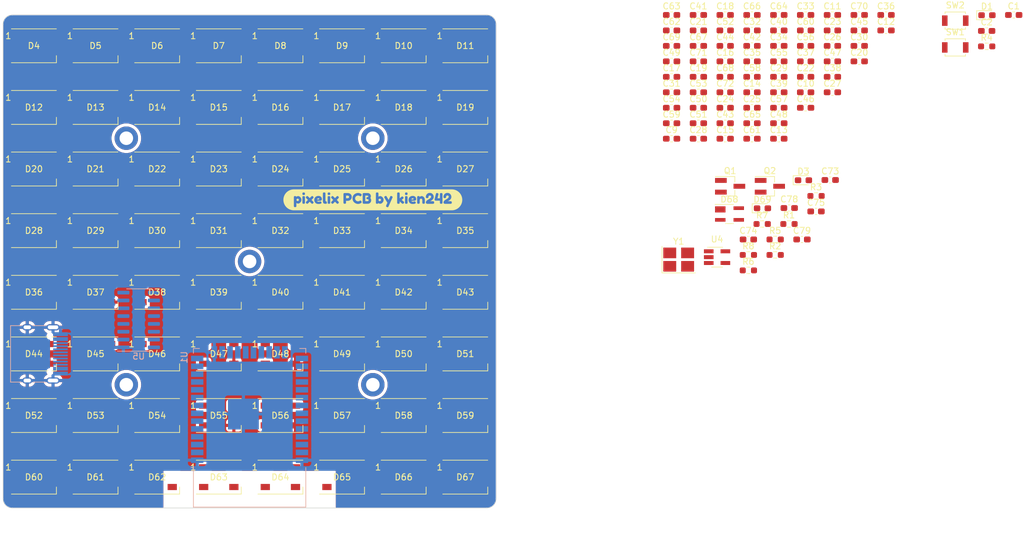
<source format=kicad_pcb>
(kicad_pcb (version 20220621) (generator pcbnew)
  (layers (0 "F.Cu" signal) (31 "B.Cu" signal) (34 "B.Paste" user) (35 "F.Paste" user) (36 "B.SilkS" user "B.Silkscreen") (37 "F.SilkS" user "F.Silkscreen") (38 "B.Mask" user) (39 "F.Mask" user) (44 "Edge.Cuts" user))
  (net 0 "")
  (net 5 "GND")
  (net 6 "+5V")
  (net 7 "D-")
  (net 8 "D+")
  (net 9 "+3V3")
  (net 10 "EN")
  (net 11 "SVP")
  (net 12 "SVN")
  (net 13 "IO34")
  (net 14 "IO35")
  (net 15 "IO32")
  (net 16 "IO33")
  (net 17 "IO25")
  (net 18 "IO26")
  (net 19 "IO27")
  (net 20 "IO14")
  (net 21 "IO12")
  (net 22 "IO13")
  (net 29 "IO15")
  (net 30 "IO2")
  (net 31 "IO0(boot)")
  (net 32 "IO4")
  (net 33 "IO16")
  (net 34 "IO17")
  (net 35 "IO5")
  (net 36 "IO18")
  (net 37 "IO19")
  (net 39 "IO21")
  (net 40 "TXDtoRXD0")
  (net 41 "RXDtoTXD0")
  (net 42 "IO22")
  (net 43 "IO23")
  (net 44 "RTS")
  (net 45 "DTR")
  (net 47 "Net-(Q1-B)")
  (net 48 "Net-(Q2-B)")
  (net 49 "Net-(D4-DOUT)")
  (net 50 "Net-(D5-DOUT)")
  (net 52 "Net-(D6-DOUT)")
  (net 54 "Net-(D7-DOUT)")
  (net 56 "Net-(D8-DOUT)")
  (net 58 "Net-(D9-DOUT)")
  (net 60 "Net-(D10-DOUT)")
  (net 62 "Net-(D11-DOUT)")
  (net 64 "Net-(D12-DOUT)")
  (net 65 "Net-(D13-DOUT)")
  (net 66 "Net-(D14-DOUT)")
  (net 67 "Net-(D15-DOUT)")
  (net 68 "Net-(D16-DOUT)")
  (net 69 "Net-(D17-DOUT)")
  (net 70 "Net-(D18-DOUT)")
  (net 71 "Net-(D19-DOUT)")
  (net 72 "Net-(D20-DOUT)")
  (net 73 "Net-(D21-DOUT)")
  (net 74 "Net-(D22-DOUT)")
  (net 75 "Net-(D23-DOUT)")
  (net 76 "Net-(D24-DOUT)")
  (net 77 "Net-(D25-DOUT)")
  (net 78 "Net-(D26-DOUT)")
  (net 79 "Net-(D27-DOUT)")
  (net 80 "Net-(D28-DOUT)")
  (net 81 "Net-(D29-DOUT)")
  (net 82 "Net-(D30-DOUT)")
  (net 83 "Net-(D31-DOUT)")
  (net 84 "Net-(D32-DOUT)")
  (net 85 "Net-(D33-DOUT)")
  (net 86 "Net-(D34-DOUT)")
  (net 87 "Net-(D35-DOUT)")
  (net 88 "Net-(D36-DOUT)")
  (net 89 "Net-(D37-DOUT)")
  (net 90 "Net-(D38-DOUT)")
  (net 91 "Net-(D39-DOUT)")
  (net 92 "Net-(D40-DOUT)")
  (net 93 "Net-(D41-DOUT)")
  (net 94 "Net-(D42-DOUT)")
  (net 95 "Net-(D43-DOUT)")
  (net 96 "Net-(D52-DIN)")
  (net 97 "Net-(D45-DOUT)")
  (net 98 "Net-(D46-DOUT)")
  (net 99 "Net-(D47-DOUT)")
  (net 100 "Net-(D48-DOUT)")
  (net 101 "Net-(D49-DOUT)")
  (net 102 "Net-(D50-DOUT)")
  (net 103 "Net-(D51-DOUT)")
  (net 104 "Net-(D52-DOUT)")
  (net 105 "Net-(D53-DOUT)")
  (net 106 "Net-(D54-DOUT)")
  (net 107 "Net-(D55-DOUT)")
  (net 108 "Net-(D56-DOUT)")
  (net 109 "Net-(D57-DOUT)")
  (net 110 "Net-(D58-DOUT)")
  (net 111 "Net-(D59-DOUT)")
  (net 120 "Net-(D1-A)")
  (net 121 "Net-(D60-VDD)")
  (net 122 "Net-(D5-VDD)")
  (net 123 "Net-(D22-VDD)")
  (net 124 "Net-(D23-VDD)")
  (net 125 "Net-(D32-VDD)")
  (net 126 "Net-(D17-VDD)")
  (net 127 "Net-(D26-VDD)")
  (net 128 "Net-(D11-VDD)")
  (net 129 "Net-(U5-XI)")
  (net 130 "Net-(U5-XO)")
  (net 131 "VBUS")
  (net 132 "Net-(U5-TXD)")
  (net 133 "Net-(U5-RXD)")
  (net 135 "CTS")
  (net 140 "Net-(D3-A)")
  (net 141 "Net-(D69-A)")
  (footprint "Capacitor_SMD:C_0603_1608Metric_Pad1.08x0.95mm_HandSolder" (layer "F.Cu") (at 162.18 25)
    (fp_text reference "C18")
    (fp_text value "104")
  )
  (footprint "LED_SMD:LED_WS2812B_PLCC4_5.0x5.0mm_P3.2mm" (layer "F.Cu") (at 80 30)
    (fp_text reference "D7")
    (fp_text value " ")
  )
  (footprint "Capacitor_SMD:C_0603_1608Metric_Pad1.08x0.95mm_HandSolder" (layer "F.Cu") (at 153.48 30.02)
    (fp_text reference "C69")
    (fp_text value "104")
  )
  (footprint "Capacitor_SMD:C_0603_1608Metric_Pad1.08x0.95mm_HandSolder" (layer "F.Cu") (at 162.18 42.57)
    (fp_text reference "C43")
    (fp_text value "104")
  )
  (footprint "Capacitor_SMD:C_0603_1608Metric_Pad1.08x0.95mm_HandSolder" (layer "F.Cu") (at 179.58 37.55)
    (fp_text reference "C27")
    (fp_text value "104")
  )
  (footprint "Button_Switch_SMD:SW_SPST_B3U-1000P" (layer "F.Cu") (at 199.51 30.27)
    (fp_text reference "SW1")
    (fp_text value "SWITCH_SPST")
  )
  (footprint "LED_SMD:LED_WS2812B_PLCC4_5.0x5.0mm_P3.2mm" (layer "F.Cu") (at 120 60)
    (fp_text reference "D35")
    (fp_text value " ")
  )
  (footprint "Package_TO_SOT_SMD:SOT-23_Handsoldering" (layer "F.Cu") (at 169.43 52.8)
    (fp_text reference "Q2")
    (fp_text value "MMBT3904")
  )
  (footprint "Capacitor_SMD:C_0603_1608Metric_Pad1.08x0.95mm_HandSolder" (layer "F.Cu") (at 175.23 25)
    (fp_text reference "C33")
    (fp_text value "104")
  )
  (footprint "Capacitor_SMD:C_0603_1608Metric_Pad1.08x0.95mm_HandSolder" (layer "F.Cu") (at 162.18 45.08)
    (fp_text reference "C15")
    (fp_text value "104")
  )
  (footprint "Button_Switch_SMD:SW_SPST_B3U-1000P" (layer "F.Cu") (at 199.51 25.92)
    (fp_text reference "SW2")
    (fp_text value "SWITCH_SPST")
  )
  (footprint "Capacitor_SMD:C_0603_1608Metric_Pad1.08x0.95mm_HandSolder" (layer "F.Cu") (at 153.48 37.55)
    (fp_text reference "C31")
    (fp_text value "104")
  )
  (footprint "Capacitor_SMD:C_0603_1608Metric_Pad1.08x0.95mm_HandSolder" (layer "F.Cu") (at 157.83 40.06)
    (fp_text reference "C50")
    (fp_text value "104")
  )
  (footprint "LED_SMD:LED_WS2812B_PLCC4_5.0x5.0mm_P3.2mm" (layer "F.Cu") (at 50 60)
    (fp_text reference "D28")
    (fp_text value " ")
  )
  (footprint "Capacitor_SMD:C_0603_1608Metric_Pad1.08x0.95mm_HandSolder" (layer "F.Cu") (at 162.18 37.55)
    (fp_text reference "C72")
    (fp_text value "104")
  )
  (footprint "Capacitor_SMD:C_0603_1608Metric_Pad1.08x0.95mm_HandSolder" (layer "F.Cu") (at 179.58 32.53)
    (fp_text reference "C47")
    (fp_text value "104")
  )
  (footprint "Resistor_SMD:R_0603_1608Metric_Pad0.98x0.95mm_HandSolder" (layer "F.Cu") (at 172.53 58.92)
    (fp_text reference "R1")
    (fp_text value "10K")
  )
  (footprint "LED_SMD:LED_WS2812B_PLCC4_5.0x5.0mm_P3.2mm" (layer "F.Cu") (at 90 30)
    (fp_text reference "D8")
    (fp_text value " ")
  )
  (footprint "LED_SMD:LED_WS2812B_PLCC4_5.0x5.0mm_P3.2mm" (layer "F.Cu") (at 60 50)
    (fp_text reference "D21")
    (fp_text value " ")
  )
  (footprint "LED_SMD:LED_WS2812B_PLCC4_5.0x5.0mm_P3.2mm" (layer "F.Cu") (at 100 70)
    (fp_text reference "D41")
    (fp_text value " ")
  )
  (footprint "Capacitor_SMD:C_0603_1608Metric_Pad1.08x0.95mm_HandSolder" (layer "F.Cu") (at 153.48 32.53)
    (fp_text reference "C49")
    (fp_text value "104")
  )
  (footprint "LED_SMD:LED_WS2812B_PLCC4_5.0x5.0mm_P3.2mm" (layer "F.Cu") (at 110 80)
    (fp_text reference "D50")
    (fp_text value " ")
  )
  (footprint "LED_SMD:LED_0603_1608Metric_Pad1.05x0.95mm_HandSolder" (layer "F.Cu") (at 204.655 25.04)
    (fp_text reference "D1")
    (fp_text value "GREEN")
  )
  (footprint "Capacitor_SMD:C_0603_1608Metric_Pad1.08x0.95mm_HandSolder" (layer "F.Cu") (at 166.53 32.53)
    (fp_text reference "C35")
    (fp_text value "104")
  )
  (footprint "LED_SMD:LED_WS2812B_PLCC4_5.0x5.0mm_P3.2mm" (layer "F.Cu") (at 50 80)
    (fp_text reference "D44")
    (fp_text value " ")
  )
  (footprint "Capacitor_SMD:C_0603_1608Metric_Pad1.08x0.95mm_HandSolder" (layer "F.Cu") (at 174.64 61.43)
    (fp_text reference "C79")
    (fp_text value "9pF")
  )
  (footprint "LED_SMD:LED_WS2812B_PLCC4_5.0x5.0mm_P3.2mm" (layer "F.Cu") (at 100 90)
    (fp_text reference "D57")
    (fp_text value " ")
  )
  (footprint "Capacitor_SMD:C_0603_1608Metric_Pad1.08x0.95mm_HandSolder" (layer "F.Cu") (at 183.93 32.53)
    (fp_text reference "C20")
    (fp_text value "104")
  )
  (footprint "LED_SMD:LED_WS2812B_PLCC4_5.0x5.0mm_P3.2mm" (layer "F.Cu") (at 120 100)
    (fp_text reference "D67")
    (fp_text value " ")
  )
  (footprint "LED_SMD:LED_WS2812B_PLCC4_5.0x5.0mm_P3.2mm" (layer "F.Cu") (at 70 40)
    (fp_text reference "D14")
    (fp_text value " ")
  )
  (footprint "LED_SMD:LED_WS2812B_PLCC4_5.0x5.0mm_P3.2mm" (layer "F.Cu") (at 120 70)
    (fp_text reference "D43")
    (fp_text value " ")
  )
  (footprint "LED_SMD:LED_WS2812B_PLCC4_5.0x5.0mm_P3.2mm" (layer "F.Cu") (at 120 40)
    (fp_text reference "D19")
    (fp_text value " ")
  )
  (footprint "Capacitor_SMD:C_0603_1608Metric_Pad1.08x0.95mm_HandSolder" (layer "F.Cu") (at 188.28 25)
    (fp_text reference "C36")
    (fp_text value "104")
  )
  (footprint "Capacitor_SMD:C_0603_1608Metric_Pad1.08x0.95mm_HandSolder" (layer "F.Cu") (at 166.53 42.57)
    (fp_text reference "C65")
    (fp_text value "104")
  )
  (footprint "Capacitor_SMD:C_0603_1608Metric_Pad1.08x0.95mm_HandSolder" (layer "F.Cu") (at 175.23 40.06)
    (fp_text reference "C46")
    (fp_text value "104")
  )
  (footprint "Capacitor_SMD:C_0603_1608Metric_Pad1.08x0.95mm_HandSolder" (layer "F.Cu") (at 162.18 32.53)
    (fp_text reference "C16")
    (fp_text value "104")
  )
  (footprint "Capacitor_SMD:C_0603_1608Metric_Pad1.08x0.95mm_HandSolder" (layer "F.Cu") (at 170.88 32.53)
    (fp_text reference "C55")
    (fp_text value "104")
  )
  (footprint "MountingHole:MountingHole_2.2mm_M2_DIN965_Pad" (layer "F.Cu") (at 85 65)
    (fp_text reference "H1")
    (fp_text value "M2")
  )
  (footprint "LED_SMD:LED_WS2812B_PLCC4_5.0x5.0mm_P3.2mm" (layer "F.Cu") (at 80 80)
    (fp_text reference "D47")
    (fp_text value " ")
  )
  (footprint "LED_SMD:LED_WS2812B_PLCC4_5.0x5.0mm_P3.2mm" (layer "F.Cu") (at 50 50)
    (fp_text reference "D20")
    (fp_text value " ")
  )
  (footprint "Capacitor_SMD:C_0603_1608Metric_Pad1.08x0.95mm_HandSolder" (layer "F.Cu") (at 157.83 45.08)
    (fp_text reference "C28")
    (fp_text value "104")
  )
  (footprint "LED_SMD:LED_WS2812B_PLCC4_5.0x5.0mm_P3.2mm" (layer "F.Cu") (at 120 30)
    (fp_text reference "D11")
    (fp_text value " ")
  )
  (footprint "Capacitor_SMD:C_0603_1608Metric_Pad1.08x0.95mm_HandSolder" (layer "F.Cu") (at 165.94 61.43)
    (fp_text reference "C74")
    (fp_text value "10uF")
  )
  (footprint "Capacitor_SMD:C_0603_1608Metric_Pad1.08x0.95mm_HandSolder" (layer "F.Cu") (at 166.53 45.08)
    (fp_text reference "C61")
    (fp_text value "104")
  )
  (footprint "Capacitor_SMD:C_0603_1608Metric_Pad1.08x0.95mm_HandSolder" (layer "F.Cu") (at 170.88 37.55)
    (fp_text reference "C39")
    (fp_text value "104")
  )
  (footprint "LED_SMD:LED_WS2812B_PLCC4_5.0x5.0mm_P3.2mm" (layer "F.Cu") (at 80 100)
    (fp_text reference "D63")
    (fp_text value " ")
  )
  (footprint "Capacitor_SMD:C_0603_1608Metric_Pad1.08x0.95mm_HandSolder" (layer "F.Cu") (at 157.83 37.55)
    (fp_text reference "C53")
    (fp_text value "104")
  )
  (footprint "MountingHole:MountingHole_2.2mm_M2_DIN965_Pad" (layer "F.Cu") (at 105 45)
    (fp_text reference "H2")
    (fp_text value "M2")
  )
  (footprint "LED_SMD:LED_WS2812B_PLCC4_5.0x5.0mm_P3.2mm" (layer "F.Cu") (at 60 30)
    (fp_text reference "D5")
    (fp_text value " ")
  )
  (footprint "LED_SMD:LED_WS2812B_PLCC4_5.0x5.0mm_P3.2mm" (layer "F.Cu") (at 110 50)
    (fp_text reference "D26")
    (fp_text value " ")
  )
  (footprint "Capacitor_SMD:C_0603_1608Metric_Pad1.08x0.95mm_HandSolder" (layer "F.Cu") (at 172.57 56.33)
    (fp_text reference "C78")
    (fp_text value "9pF")
  )
  (footprint "LED_SMD:LED_WS2812B_PLCC4_5.0x5.0mm_P3.2mm" (layer "F.Cu") (at 60 80)
    (fp_text reference "D45")
    (fp_text value " ")
  )
  (footprint "LED_SMD:LED_WS2812B_PLCC4_5.0x5.0mm_P3.2mm" (layer "F.Cu") (at 100 80)
    (fp_text reference "D49")
    (fp_text value " ")
  )
  (footprint "Capacitor_SMD:C_0603_1608Metric_Pad1.08x0.95mm_HandSolder" (layer "F.Cu") (at 170.88 30.02)
    (fp_text reference "C34")
    (fp_text value "104")
  )
  (footprint "Capacitor_SMD:C_0603_1608Metric_Pad1.08x0.95mm_HandSolder" (layer "F.Cu") (at 179.22 51.78)
    (fp_text reference "C73")
    (fp_text value "10uF")
  )
  (footprint "Capacitor_SMD:C_0603_1608Metric_Pad1.08x0.95mm_HandSolder" (layer "F.Cu") (at 170.88 45.08)
    (fp_text reference "C13")
    (fp_text value "104")
  )
  (footprint "LED_SMD:LED_WS2812B_PLCC4_5.0x5.0mm_P3.2mm" (layer "F.Cu") (at 90 90)
    (fp_text reference "D56")
    (fp_text value " ")
  )
  (footprint "Capacitor_SMD:C_0603_1608Metric_Pad1.08x0.95mm_HandSolder" (layer "F.Cu") (at 157.83 25)
    (fp_text reference "C41")
    (fp_text value "104")
  )
  (footprint "LED_SMD:LED_WS2812B_PLCC4_5.0x5.0mm_P3.2mm" (layer "F.Cu") (at 60 60)
    (fp_text reference "D29")
    (fp_text value " ")
  )
  (footprint "LED_SMD:LED_WS2812B_PLCC4_5.0x5.0mm_P3.2mm" (layer "F.Cu") (at 80 60)
    (fp_text reference "D31")
    (fp_text value " ")
  )
  (footprint "LED_SMD:LED_WS2812B_PLCC4_5.0x5.0mm_P3.2mm" (layer "F.Cu") (at 70 50)
    (fp_text reference "D22")
    (fp_text value " ")
  )
  (footprint "Capacitor_SMD:C_0603_1608Metric_Pad1.08x0.95mm_HandSolder" (layer "F.Cu") (at 179.58 30.02)
    (fp_text reference "C26")
    (fp_text value "104")
  )
  (footprint "Capacitor_SMD:C_0603_1608Metric_Pad1.08x0.95mm_HandSolder" (layer "F.Cu") (at 162.18 27.51)
    (fp_text reference "C52")
    (fp_text value "104")
  )
  (footprint "Capacitor_SMD:C_0603_1608Metric_Pad1.08x0.95mm_HandSolder" (layer "F.Cu") (at 175.23 30.02)
    (fp_text reference "C56")
    (fp_text value "104")
  )
  (footprint "Capacitor_SMD:C_0603_1608Metric_Pad1.08x0.95mm_HandSolder" (layer "F.Cu") (at 157.83 30.02)
    (fp_text reference "C67")
    (fp_text value "104")
  )
  (footprint "Crystal:Crystal_SMD_SeikoEpson_TSX3225-4Pin_3.2x2.5mm_HandSoldering" (layer "F.Cu") (at 154.63 64.7)
    (fp_text reference "Y1")
    (fp_text value "32.768kHz")
  )
  (footprint "Capacitor_SMD:C_0603_1608Metric_Pad1.08x0.95mm_HandSolder" (layer "F.Cu") (at 162.18 40.06)
    (fp_text reference "C24")
    (fp_text value "104")
  )
  (footprint "LED_SMD:LED_WS2812B_PLCC4_5.0x5.0mm_P3.2mm" (layer "F.Cu") (at 90 50)
    (fp_text reference "D24")
    (fp_text value " ")
  )
  (footprint "LED_SMD:LED_0603_1608Metric_Pad1.05x0.95mm_HandSolder" (layer "F.Cu") (at 168.225 56.37)
    (fp_text reference "D69")
    (fp_text value "GREEN")
  )
  (footprint "LED_SMD:LED_WS2812B_PLCC4_5.0x5.0mm_P3.2mm" (layer "F.Cu") (at 70 90)
    (fp_text reference "D54")
    (fp_text value " ")
  )
  (footprint "MountingHole:MountingHole_2.2mm_M2_DIN965_Pad" (layer "F.Cu") (at 105 85)
    (fp_text reference "H5")
    (fp_text value "M2")
  )
  (footprint "LED_SMD:LED_WS2812B_PLCC4_5.0x5.0mm_P3.2mm" (layer "F.Cu") (at 50 90)
    (fp_text reference "D52")
    (fp_text value " ")
  )
  (footprint "Capacitor_SMD:C_0603_1608Metric_Pad1.08x0.95mm_HandSolder" (layer "F.Cu") (at 157.83 27.51)
    (fp_text reference "C21")
    (fp_text value "104")
  )
  (footprint "LED_SMD:LED_WS2812B_PLCC4_5.0x5.0mm_P3.2mm" (layer "F.Cu") (at 90 40)
    (fp_text reference "D16")
    (fp_text value " ")
  )
  (footprint "Capacitor_SMD:C_0603_1608Metric_Pad1.08x0.95mm_HandSolder" (layer "F.Cu") (at 153.48 27.51)
    (fp_text reference "C62")
    (fp_text value "104")
  )
  (footprint "kibuzzard-62F63F5E" (layer "F.Cu") (at 105 55)
    (fp_text reference "kibuzzard-62F63F5E" hide)
    (fp_text value "G***" hide)
  )
  (footprint "Capacitor_SMD:C_0603_1608Metric_Pad1.08x0.95mm_HandSolder" (layer "F.Cu") (at 166.53 37.55)
    (fp_text reference "C14")
    (fp_text value "104")
  )
  (footprint "LED_SMD:LED_WS2812B_PLCC4_5.0x5.0mm_P3.2mm" (layer "F.Cu") (at 80 50)
    (fp_text reference "D23")
    (fp_text value " ")
  )
  (footprint "LED_SMD:LED_WS2812B_PLCC4_5.0x5.0mm_P3.2mm" (layer "F.Cu") (at 110 60)
    (fp_text reference "D34")
    (fp_text value " ")
  )
  (footprint "LED_SMD:LED_WS2812B_PLCC4_5.0x5.0mm_P3.2mm" (layer "F.Cu") (at 50 40)
    (fp_text reference "D12")
    (fp_text value " ")
  )
  (footprint "Capacitor_SMD:C_0603_1608Metric_Pad1.08x0.95mm_HandSolder" (layer "F.Cu") (at 175.23 35.04)
    (fp_text reference "C22")
    (fp_text value "104")
  )
  (footprint "Capacitor_SMD:C_0603_1608Metric_Pad1.08x0.95mm_HandSolder" (layer "F.Cu") (at 166.53 30.02)
    (fp_text reference "C42")
    (fp_text value "104")
  )
  (footprint "LED_SMD:LED_WS2812B_PLCC4_5.0x5.0mm_P3.2mm" (layer "F.Cu") (at 110 100)
    (fp_text reference "D66")
    (fp_text value " ")
  )
  (footprint "Resistor_SMD:R_0603_1608Metric_Pad0.98x0.95mm_HandSolder" (layer "F.Cu") (at 165.94 66.45)
    (fp_text reference "R6")
    (fp_text value "100")
  )
  (footprint "LED_SMD:LED_WS2812B_PLCC4_5.0x5.0mm_P3.2mm" (layer "F.Cu") (at 120 50)
    (fp_text reference "D27")
    (fp_text value " ")
  )
  (footprint "Capacitor_SMD:C_0603_1608Metric_Pad1.08x0.95mm_HandSolder" (layer "F.Cu") (at 153.48 42.57)
    (fp_text reference "C59")
    (fp_text value "104")
  )
  (footprint "Capacitor_SMD:C_0603_1608Metric_Pad1.08x0.95mm_HandSolder" (layer "F.Cu") (at 170.88 25)
    (fp_text reference "C64")
    (fp_text value "104")
  )
  (footprint "Capacitor_SMD:C_0603_1608Metric_Pad1.08x0.95mm_HandSolder" (layer "F.Cu") (at 162.18 35.04)
    (fp_text reference "C68")
    (fp_text value "104")
  )
  (footprint "Capacitor_SMD:C_0603_1608Metric_Pad1.08x0.95mm_HandSolder" (layer "F.Cu") (at 166.53 35.04)
    (fp_text reference "C58")
    (fp_text value "104")
  )
  (footprint "LED_SMD:LED_WS2812B_PLCC4_5.0x5.0mm_P3.2mm" (layer "F.Cu") (at 70 100)
    (fp_text reference "D62")
    (fp_text value " ")
  )
  (footprint "LED_SMD:LED_WS2812B_PLCC4_5.0x5.0mm_P3.2mm" (layer "F.Cu") (at 80 90)
    (fp_text reference "D55")
    (fp_text value " ")
  )
  (footprint "LED_SMD:LED_WS2812B_PLCC4_5.0x5.0mm_P3.2mm" (layer "F.Cu") (at 50 70)
    (fp_text reference "D36")
    (fp_text value " ")
  )
  (footprint "Capacitor_SMD:C_0603_1608Metric_Pad1.08x0.95mm_HandSolder" (layer "F.Cu") (at 179.58 25)
    (fp_text reference "C11")
    (fp_text value "104")
  )
  (footprint "Capacitor_SMD:C_0603_1608Metric_Pad1.08x0.95mm_HandSolder" (layer "F.Cu") (at 175.23 32.53)
    (fp_text reference "C37")
    (fp_text value "104")
  )
  (footprint "LED_SMD:LED_WS2812B_PLCC4_5.0x5.0mm_P3.2mm" (layer "F.Cu") (at 100 100)
    (fp_text reference "D65")
    (fp_text value " ")
  )
  (footprint "LED_SMD:LED_WS2812B_PLCC4_5.0x5.0mm_P3.2mm" (layer "F.Cu") (at 120 80)
    (fp_text reference "D51")
    (fp_text value " ")
  )
  (footprint "LED_SMD:LED_WS2812B_PLCC4_5.0x5.0mm_P3.2mm" (layer "F.Cu") (at 50 30)
    (fp_text reference "D4")
    (fp_text value " ")
  )
  (footprint "Capacitor_SMD:C_0603_1608Metric_Pad1.08x0.95mm_HandSolder" (layer "F.Cu") (at 166.53 25)
    (fp_text reference "C66")
    (fp_text value "104")
  )
  (footprint "Capacitor_SMD:C_0603_1608Metric_Pad1.08x0.95mm_HandSolder" (layer "F.Cu") (at 153.48 35.04)
    (fp_text reference "C17")
    (fp_text value "104")
  )
  (footprint "MountingHole:MountingHole_2.2mm_M2_DIN965_Pad" (layer "F.Cu") (at 65 45)
    (fp_text reference "H3")
    (fp_text value "M2")
  )
  (footprint "Capacitor_SMD:C_0603_1608Metric_Pad1.08x0.95mm_HandSolder" (layer "F.Cu") (at 183.93 25)
    (fp_text reference "C70")
    (fp_text value "104")
  )
  (footprint "LED_SMD:LED_WS2812B_PLCC4_5.0x5.0mm_P3.2mm" (layer "F.Cu") (at 70 60)
    (fp_text reference "D30")
    (fp_text value " ")
  )
  (footprint "LED_SMD:LED_WS2812B_PLCC4_5.0x5.0mm_P3.2mm" (layer "F.Cu") (at 70 70)
    (fp_text reference "D38")
    (fp_text value " ")
  )
  (footprint "LED_SMD:LED_WS2812B_PLCC4_5.0x5.0mm_P3.2mm" (layer "F.Cu") (at 80 70)
    (fp_text reference "D39")
    (fp_text value " ")
  )
  (footprint "LED_SMD:LED_WS2812B_PLCC4_5.0x5.0mm_P3.2mm" (layer "F.Cu") (at 110 90)
    (fp_text reference "D58")
    (fp_text value " ")
  )
  (footprint "Package_TO_SOT_SMD:SOT-23-5_HandSoldering" (layer "F.Cu") (at 160.86 64.3)
    (fp_text reference "U4")
    (fp_text value "AP2127K-3.3")
  )
  (footprint "LED_SMD:LED_WS2812B_PLCC4_5.0x5.0mm_P3.2mm" (layer "F.Cu") (at 70 80)
    (fp_text reference "D46")
    (fp_text value " ")
  )
  (footprint "Resistor_SMD:R_0603_1608Metric_Pad0.98x0.95mm_HandSolder" (layer "F.Cu") (at 170.29 63.94)
    (fp_text reference "R2")
    (fp_text value "10K")
  )
  (footprint "LED_SMD:LED_WS2812B_PLCC4_5.0x5.0mm_P3.2mm" (layer "F.Cu") (at 50 100)
    (fp_text reference "D60")
    (fp_text value " ")
  )
  (footprint "Capacitor_SMD:C_0603_1608Metric_Pad1.08x0.95mm_HandSolder" (layer "F.Cu") (at 157.83 35.04)
    (fp_text reference "C19")
    (fp_text value "104")
  )
  (footprint "Capacitor_SMD:C_0603_1608Metric_Pad1.08x0.95mm_HandSolder" (layer "F.Cu") (at 204.61 27.59)
    (fp_text reference "C2")
    (fp_text value "1nf")
  )
  (footprint "LED_SMD:LED_WS2812B_PLCC4_5.0x5.0mm_P3.2mm" (layer "F.Cu") (at 110 40)
    (fp_text reference "D18")
    (fp_text value " ")
  )
  (footprint "Capacitor_SMD:C_0603_1608Metric_Pad1.08x0.95mm_HandSolder" (layer "F.Cu") (at 179.58 35.04)
    (fp_text reference "C38")
    (fp_text value "104")
  )
  (footprint "LED_SMD:LED_WS2812B_PLCC4_5.0x5.0mm_P3.2mm" (layer "F.Cu") (at 90 70)
    (fp_text reference "D40")
    (fp_text value " ")
  )
  (footprint "LED_SMD:LED_WS2812B_PLCC4_5.0x5.0mm_P3.2mm" (layer "F.Cu") (at 80 40)
    (fp_text reference "D15")
    (fp_text value " ")
  )
  (footprint "Capacitor_SMD:C_0603_1608Metric_Pad1.08x0.95mm_HandSolder" (layer "F.Cu") (at 170.88 42.57)
    (fp_text reference "C48")
    (fp_text value "104")
  )
  (footprint "LED_SMD:LED_WS2812B_PLCC4_5.0x5.0mm_P3.2mm" (layer "F.Cu") (at 100 40)
    (fp_text reference "D17")
    (fp_text value " ")
  )
  (footprint "MountingHole:MountingHole_2.2mm_M2_DIN965_Pad" (layer "F.Cu") (at 65 85)
    (fp_text reference "H4")
    (fp_text value "M2")
  )
  (footprint "Capacitor_SMD:C_0603_1608Metric_Pad1.08x0.95mm_HandSolder" (layer "F.Cu") (at 170.88 35.04)
    (fp_text reference "C29")
    (fp_text value "104")
  )
  (footprint "Package_TO_SOT_SMD:SOT-143_Handsoldering" (layer "F.Cu") (at 162.88 57.3)
    (fp_text reference "D68")
    (fp_text value "PRTR5V0U2X")
  )
  (footprint "Resistor_SMD:R_0603_1608Metric_Pad0.98x0.95mm_HandSolder" (layer "F.Cu") (at 165.94 63.94)
    (fp_text reference "R8")
    (fp_text value "1K")
  )
  (footprint "LED_SMD:LED_WS2812B_PLCC4_5.0x5.0mm_P3.2mm" (layer "F.Cu") (at 100 50)
    (fp_text reference "D25")
    (fp_text value " ")
  )
  (footprint "LED_SMD:LED_WS2812B_PLCC4_5.0x5.0mm_P3.2mm" (layer "F.Cu") (at 60 70)
    (fp_text reference "D37")
    (fp_text value " ")
  )
  (footprint "Capacitor_SMD:C_0603_1608Metric_Pad1.08x0.95mm_HandSolder" (layer "F.Cu") (at 209 25)
    (fp_text reference "C1")
    (fp_text value "1nf")
  )
  (footprint "LED_SMD:LED_WS2812B_PLCC4_5.0x5.0mm_P3.2mm" (layer "F.Cu") (at 110 70)
    (fp_text reference "D42")
    (fp_text value " ")
  )
  (footprint "LED_SMD:LED_WS2812B_PLCC4_5.0x5.0mm_P3.2mm" (layer "F.Cu") (at 60 40)
    (fp_text reference "D13")
    (fp_text value " ")
  )
  (footprint "LED_SMD:LED_WS2812B_PLCC4_5.0x5.0mm_P3.2mm" (layer "F.Cu") (at 90 100)
    (fp_text reference "D64")
    (fp_text value " ")
  )
  (footprint "Capacitor_SMD:C_0603_1608Metric_Pad1.08x0.95mm_HandSolder" (layer "F.Cu") (at 188.28 27.51)
    (fp_text reference "C12")
    (fp_text value "104")
  )
  (footprint "Resistor_SMD:R_0603_1608Metric_Pad0.98x0.95mm_HandSolder" (layer "F.Cu") (at 204.61 30.1)
    (fp_text reference "R4")
    (fp_text value "10K")
  )
  (footprint "Capacitor_SMD:C_0603_1608Metric_Pad1.08x0.95mm_HandSolder" (layer "F.Cu") (at 157.83 32.53)
    (fp_text reference "C71")
    (fp_text value "104")
  )
  (footprint "Package_TO_SOT_SMD:SOT-23_Handsoldering" (layer "F.Cu") (at 162.98 52.8)
    (fp_text reference "Q1")
    (fp_text value "MMBT3904")
  )
  (footprint "LED_SMD:LED_WS2812B_PLCC4_5.0x5.0mm_P3.2mm" (layer "F.Cu") (at 60 90)
    (fp_text reference "D53")
    (fp_text value " ")
  )
  (footprint "Capacitor_SMD:C_0603_1608Metric_Pad1.08x0.95mm_HandSolder" (layer "F.Cu") (at 166.53 27.51)
    (fp_text reference "C32")
    (fp_text value "104")
  )
  (footprint "LED_SMD:LED_WS2812B_PLCC4_5.0x5.0mm_P3.2mm" (layer "F.Cu") (at 60 100)
    (fp_text reference "D61")
    (fp_text value " ")
  )
  (footprint "Capacitor_SMD:C_0603_1608Metric_Pad1.08x0.95mm_HandSolder" (layer "F.Cu") (at 183.93 30.02)
    (fp_text reference "C30")
    (fp_text value "104")
  )
  (footprint "Capacitor_SMD:C_0603_1608Metric_Pad1.08x0.95mm_HandSolder" (layer "F.Cu") (at 153.48 40.06)
    (fp_text reference "C54")
    (fp_text value "104")
  )
  (footprint "LED_SMD:LED_WS2812B_PLCC4_5.0x5.0mm_P3.2mm" (layer "F.Cu") (at 110 30)
    (fp_text reference "D10")
    (fp_text value " ")
  )
  (footprint "LED_SMD:LED_WS2812B_PLCC4_5.0x5.0mm_P3.2mm" (layer "F.Cu") (at 90 60)
    (fp_text reference "D32")
    (fp_text value " ")
  )
  (footprint "Capacitor_SMD:C_0603_1608Metric_Pad1.08x0.95mm_HandSolder" (layer "F.Cu") (at 153.48 45.08)
    (fp_text reference "C9")
    (fp_text value "104")
  )
  (footprint "Resistor_SMD:R_0603_1608Metric_Pad0.98x0.95mm_HandSolder" (layer "F.Cu") (at 170.29 61.43)
    (fp_text reference "R5")
    (fp_text value "100")
  )
  (footprint "Capacitor_SMD:C_0603_1608Metric_Pad1.08x0.95mm_HandSolder" (layer "F.Cu") (at 183.93 27.51)
    (fp_text reference "C45")
    (fp_text value "104")
  )
  (footprint "Resistor_SMD:R_0603_1608Metric_Pad0.98x0.95mm_HandSolder" (layer "F.Cu") (at 176.92 54.37)
    (fp_text reference "R3")
    (fp_text value "10K")
  )
  (footprint "Capacitor_SMD:C_0603_1608Metric_Pad1.08x0.95mm_HandSolder" (layer "F.Cu") (at 157.83 42.57)
    (fp_text reference "C51")
    (fp_text value "104")
  )
  (footprint "Capacitor_SMD:C_0603_1608Metric_Pad1.08x0.95mm_HandSolder" (layer "F.Cu") (at 175.23 27.51)
    (fp_text reference "C60")
    (fp_text value "104")
  )
  (footprint "LED_SMD:LED_0603_1608Metric_Pad1.05x0.95mm_HandSolder" (layer "F.Cu") (at 174.875 51.82)
    (fp_text reference "D3")
    (fp_text value "RED")
  )
  (footprint "Capacitor_SMD:C_0603_1608Metric_Pad1.08x0.95mm_HandSolder" (layer "F.Cu") (at 170.88 27.51)
    (fp_text reference "C40")
    (fp_text value "104")
  )
  (footprint "LED_SMD:LED_WS2812B_PLCC4_5.0x5.0mm_P3.2mm" (layer "F.Cu") (at 100 30)
    (fp_text reference "D9")
    (fp_text value " ")
  )
  (footprint "Capacitor_SMD:C_0603_1608Metric_Pad1.08x0.95mm_HandSolder" (layer "F.Cu") (at 170.88 40.06)
    (fp_text reference "C57")
    (fp_text value "104")
  )
  (footprint "Capacitor_SMD:C_0603_1608Metric_Pad1.08x0.95mm_HandSolder" (layer "F.Cu") (at 153.48 25)
    (fp_text reference "C63")
    (fp_text value "104")
  )
  (footprint "Capacitor_SMD:C_0603_1608Metric_Pad1.08x0.95mm_HandSolder" (layer "F.Cu") (at 179.58 27.51)
    (fp_text reference "C23")
    (fp_text value "104")
  )
  (footprint "Capacitor_SMD:C_0603_1608Metric_Pad1.08x0.95mm_HandSolder" (layer "F.Cu") (at 175.23 37.55)
    (fp_text reference "C10")
    (fp_text value "104")
  )
  (footprint "Capacitor_SMD:C_0603_1608Metric_Pad1.08x0.95mm_HandSolder" (layer "F.Cu") (at 166.53 40.06)
    (fp_text reference "C25")
    (fp_text value "104")
  )
  (footprint "LED_SMD:LED_WS2812B_PLCC4_5.0x5.0mm_P3.2mm" (layer "F.Cu") (at 120 90)
    (fp_text reference "D59")
    (fp_text value " ")
  )
  (footprint "LED_SMD:LED_WS2812B_PLCC4_5.0x5.0mm_P3.2mm" (layer "F.Cu") (at 100 60)
    (fp_text reference "D33")
    (fp_text value " ")
  )
  (footprint "Capacitor_SMD:C_0603_1608Metric_Pad1.08x0.95mm_HandSolder" (layer "F.Cu") (at 162.18 30.02)
    (fp_text reference "C44")
    (fp_text value "104")
  )
  (footprint "LED_SMD:LED_WS2812B_PLCC4_5.0x5.0mm_P3.2mm" (layer "F.Cu") (at 90 80)
    (fp_text reference "D48")
    (fp_text value " ")
  )
  (footprint "Resistor_SMD:R_0603_1608Metric_Pad0.98x0.95mm_HandSolder" (layer "F.Cu") (at 168.18 58.92)
    (fp_text reference "R7")
    (fp_text value "1K")
  )
  (footprint "LED_SMD:LED_WS2812B_PLCC4_5.0x5.0mm_P3.2mm" (layer "F.Cu") (at 70 30)
    (fp_text reference "D6")
    (fp_text value " ")
  )
  (footprint "Capacitor_SMD:C_0603_1608Metric_Pad1.08x0.95mm_HandSolder" (layer "F.Cu") (at 176.92 56.88)
    (fp_text reference "C75")
    (fp_text value "100nF")
  )
  (footprint "RF_Module:ESP32-WROOM-32" (layer "B.Cu") (at 85 89)
    (fp_text reference "U1")
    (fp_text value "ESP32-WROOM")
  )
  (footprint "kien242:USB-C-16pin-hight-v2" (layer "B.Cu") (at 50 80 -90)
    (fp_text reference "J1")
    (fp_text value " ")
  )
  (footprint "Package_SO:SOIC-16_3.9x9.9mm_P1.27mm" (layer "B.Cu") (at 67 74.5)
    (fp_text reference "U5")
    (fp_text value "CH340G")
  )
  (gr_arc (start 46.5 105) (mid 45.43934 104.56066) (end 45 103.5) (stroke (width 0.1)) (layer "Edge.Cuts"))
  (gr_line (start 46.5 105) (end 123.5 105) (stroke (width 0.1)) (layer "Edge.Cuts"))
  (gr_line (start 45 26.5) (end 45 103.5) (stroke (width 0.1)) (layer "Edge.Cuts"))
  (gr_arc (start 45 26.5) (mid 45.43934 25.43934) (end 46.5 25) (stroke (width 0.1)) (layer "Edge.Cuts"))
  (gr_line (start 125 103.5) (end 125 26.5) (stroke (width 0.1)) (layer "Edge.Cuts"))
  (gr_line (start 123.5 25) (end 46.5 25) (stroke (width 0.1)) (layer "Edge.Cuts"))
  (gr_arc (start 123.5 25) (mid 124.56066 25.43934) (end 125 26.5) (stroke (width 0.1)) (layer "Edge.Cuts"))
  (gr_arc (start 125 103.5) (mid 124.56066 104.56066) (end 123.5 105) (stroke (width 0.1)) (layer "Edge.Cuts"))
  (zone (net 5) (net_name "GND") (layers F&B.Cu) (connect_pads (clearance 0.508)) (min_thickness 0.254) (fill yes (thermal_gap 0.508) (thermal_bridge_width 0.508) (island_removal_mode 2) (island_area_min 10))
    (polygon (pts (xy 125.5 105.5) (xy 44.5 105.5) (xy 44.5 24.5) (xy 125.5 24.5)))
  )
)
</source>
